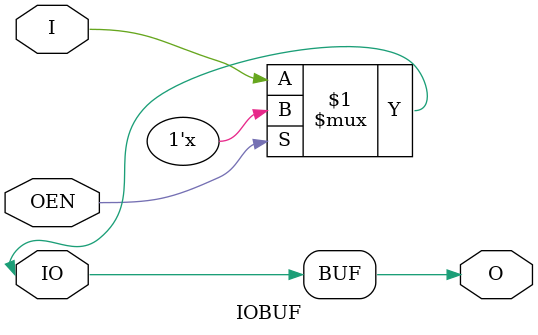
<source format=sv>

`timescale 1ns / 1ps
`default_nettype none


module IOBUF
        (
            input   var logic       OEN   ,
            input   var logic       I     ,
            inout   tri logic       IO    ,
            output  var logic       O     
        );

    assign O  = IO;
    assign IO = OEN ? 1'bz : I;
    
endmodule


`default_nettype wire


// end of file

</source>
